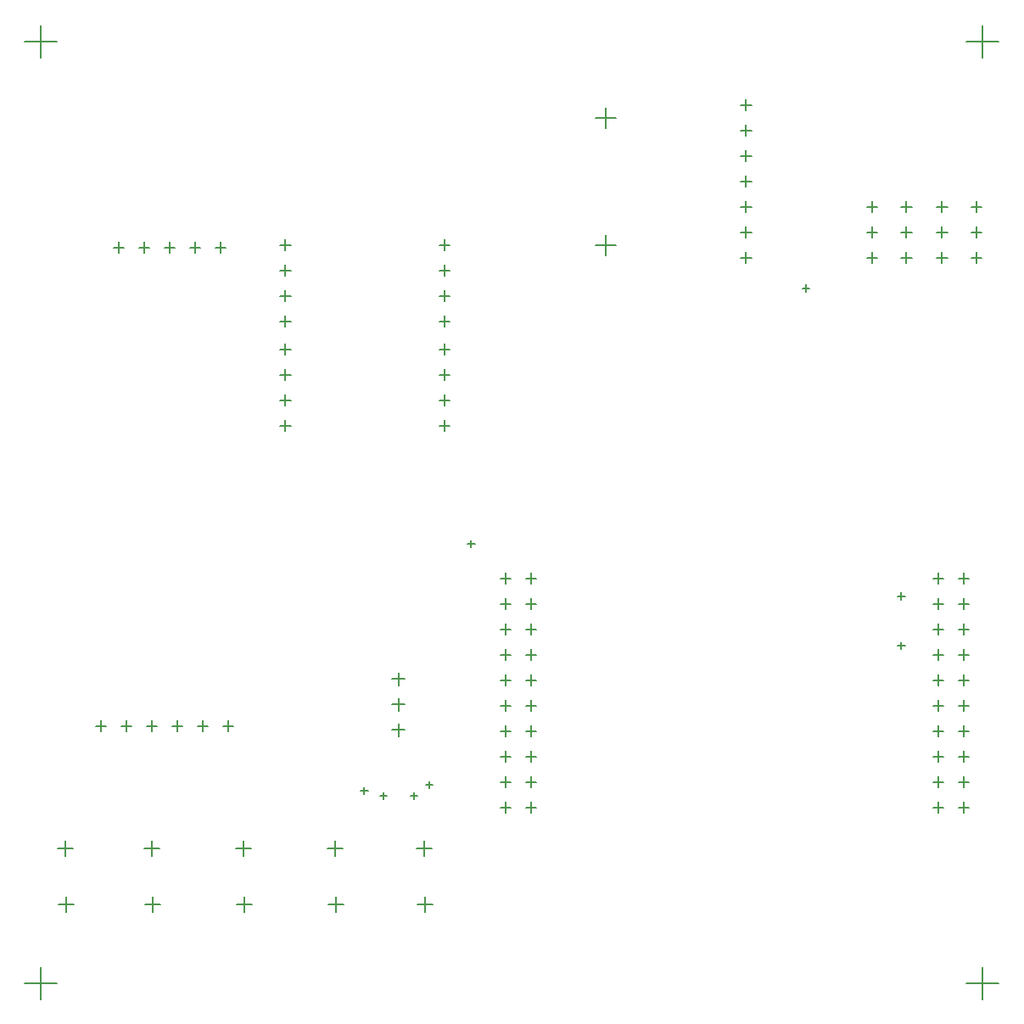
<source format=gbr>
%TF.GenerationSoftware,Altium Limited,Altium Designer,18.1.9 (240)*%
G04 Layer_Color=128*
%FSLAX26Y26*%
%MOIN*%
%TF.FileFunction,Drillmap*%
%TF.Part,Single*%
G01*
G75*
%TA.AperFunction,NonConductor*%
%ADD52C,0.005000*%
D52*
X834000Y3040000D02*
X876000D01*
X855000Y3019000D02*
Y3061000D01*
X734000Y3040000D02*
X776000D01*
X755000Y3019000D02*
Y3061000D01*
X434000Y3040000D02*
X476000D01*
X455000Y3019000D02*
Y3061000D01*
X534000Y3040000D02*
X576000D01*
X555000Y3019000D02*
Y3061000D01*
X634000Y3040000D02*
X676000D01*
X655000Y3019000D02*
Y3061000D01*
X3394000Y3200000D02*
X3436000D01*
X3415000Y3179000D02*
Y3221000D01*
X3394000Y3100000D02*
X3436000D01*
X3415000Y3079000D02*
Y3121000D01*
X3394000Y3000000D02*
X3436000D01*
X3415000Y2979000D02*
Y3021000D01*
X3529000Y3000000D02*
X3571000D01*
X3550000Y2979000D02*
Y3021000D01*
X3529000Y3100000D02*
X3571000D01*
X3550000Y3079000D02*
Y3121000D01*
X3529000Y3200000D02*
X3571000D01*
X3550000Y3179000D02*
Y3221000D01*
X3669000Y3200000D02*
X3711000D01*
X3690000Y3179000D02*
Y3221000D01*
X3669000Y3100000D02*
X3711000D01*
X3690000Y3079000D02*
Y3121000D01*
X3669000Y3000000D02*
X3711000D01*
X3690000Y2979000D02*
Y3021000D01*
X3804000Y3000000D02*
X3846000D01*
X3825000Y2979000D02*
Y3021000D01*
X3804000Y3100000D02*
X3846000D01*
X3825000Y3079000D02*
Y3121000D01*
X3804000Y3200000D02*
X3846000D01*
X3825000Y3179000D02*
Y3221000D01*
X1530000Y1245000D02*
X1580000D01*
X1555000Y1220000D02*
Y1270000D01*
X1530000Y1345000D02*
X1580000D01*
X1555000Y1320000D02*
Y1370000D01*
X1530000Y1145000D02*
X1580000D01*
X1555000Y1120000D02*
Y1170000D01*
X3754000Y840000D02*
X3796000D01*
X3775000Y819000D02*
Y861000D01*
X3754000Y940000D02*
X3796000D01*
X3775000Y919000D02*
Y961000D01*
X3754000Y1040000D02*
X3796000D01*
X3775000Y1019000D02*
Y1061000D01*
X3754000Y1140000D02*
X3796000D01*
X3775000Y1119000D02*
Y1161000D01*
X3754000Y1240000D02*
X3796000D01*
X3775000Y1219000D02*
Y1261000D01*
X3754000Y1340000D02*
X3796000D01*
X3775000Y1319000D02*
Y1361000D01*
X3754000Y1440000D02*
X3796000D01*
X3775000Y1419000D02*
Y1461000D01*
X3754000Y1540000D02*
X3796000D01*
X3775000Y1519000D02*
Y1561000D01*
X3754000Y1640000D02*
X3796000D01*
X3775000Y1619000D02*
Y1661000D01*
X3754000Y1740000D02*
X3796000D01*
X3775000Y1719000D02*
Y1761000D01*
X3654000Y840000D02*
X3696000D01*
X3675000Y819000D02*
Y861000D01*
X3654000Y940000D02*
X3696000D01*
X3675000Y919000D02*
Y961000D01*
X3654000Y1040000D02*
X3696000D01*
X3675000Y1019000D02*
Y1061000D01*
X3654000Y1140000D02*
X3696000D01*
X3675000Y1119000D02*
Y1161000D01*
X3654000Y1240000D02*
X3696000D01*
X3675000Y1219000D02*
Y1261000D01*
X3654000Y1340000D02*
X3696000D01*
X3675000Y1319000D02*
Y1361000D01*
X3654000Y1440000D02*
X3696000D01*
X3675000Y1419000D02*
Y1461000D01*
X3654000Y1540000D02*
X3696000D01*
X3675000Y1519000D02*
Y1561000D01*
X3654000Y1640000D02*
X3696000D01*
X3675000Y1619000D02*
Y1661000D01*
X3654000Y1740000D02*
X3696000D01*
X3675000Y1719000D02*
Y1761000D01*
X1954000Y1740000D02*
X1996000D01*
X1975000Y1719000D02*
Y1761000D01*
X1954000Y1640000D02*
X1996000D01*
X1975000Y1619000D02*
Y1661000D01*
X1954000Y1540000D02*
X1996000D01*
X1975000Y1519000D02*
Y1561000D01*
X1954000Y1440000D02*
X1996000D01*
X1975000Y1419000D02*
Y1461000D01*
X1954000Y1340000D02*
X1996000D01*
X1975000Y1319000D02*
Y1361000D01*
X1954000Y1240000D02*
X1996000D01*
X1975000Y1219000D02*
Y1261000D01*
X1954000Y1140000D02*
X1996000D01*
X1975000Y1119000D02*
Y1161000D01*
X1954000Y1040000D02*
X1996000D01*
X1975000Y1019000D02*
Y1061000D01*
X1954000Y940000D02*
X1996000D01*
X1975000Y919000D02*
Y961000D01*
X1954000Y840000D02*
X1996000D01*
X1975000Y819000D02*
Y861000D01*
X2054000Y1740000D02*
X2096000D01*
X2075000Y1719000D02*
Y1761000D01*
X2054000Y1640000D02*
X2096000D01*
X2075000Y1619000D02*
Y1661000D01*
X2054000Y1540000D02*
X2096000D01*
X2075000Y1519000D02*
Y1561000D01*
X2054000Y1440000D02*
X2096000D01*
X2075000Y1419000D02*
Y1461000D01*
X2054000Y1340000D02*
X2096000D01*
X2075000Y1319000D02*
Y1361000D01*
X2054000Y1240000D02*
X2096000D01*
X2075000Y1219000D02*
Y1261000D01*
X2054000Y1140000D02*
X2096000D01*
X2075000Y1119000D02*
Y1161000D01*
X2054000Y1040000D02*
X2096000D01*
X2075000Y1019000D02*
Y1061000D01*
X2054000Y940000D02*
X2096000D01*
X2075000Y919000D02*
Y961000D01*
X2054000Y840000D02*
X2096000D01*
X2075000Y819000D02*
Y861000D01*
X2899000Y3300000D02*
X2941000D01*
X2920000Y3279000D02*
Y3321000D01*
X2899000Y3200000D02*
X2941000D01*
X2920000Y3179000D02*
Y3221000D01*
X2899000Y3100000D02*
X2941000D01*
X2920000Y3079000D02*
Y3121000D01*
X2899000Y3000000D02*
X2941000D01*
X2920000Y2979000D02*
Y3021000D01*
X2899000Y3400000D02*
X2941000D01*
X2920000Y3379000D02*
Y3421000D01*
X2899000Y3500000D02*
X2941000D01*
X2920000Y3479000D02*
Y3521000D01*
X2899000Y3600000D02*
X2941000D01*
X2920000Y3579000D02*
Y3621000D01*
X2330000Y3050000D02*
X2410000D01*
X2370000Y3010000D02*
Y3090000D01*
X2330000Y3550000D02*
X2410000D01*
X2370000Y3510000D02*
Y3590000D01*
X1089000Y3050000D02*
X1131000D01*
X1110000Y3029000D02*
Y3071000D01*
X1089000Y2850000D02*
X1131000D01*
X1110000Y2829000D02*
Y2871000D01*
X1089000Y2750000D02*
X1131000D01*
X1110000Y2729000D02*
Y2771000D01*
X1089000Y2640000D02*
X1131000D01*
X1110000Y2619000D02*
Y2661000D01*
X1089000Y2540000D02*
X1131000D01*
X1110000Y2519000D02*
Y2561000D01*
X1089000Y2440000D02*
X1131000D01*
X1110000Y2419000D02*
Y2461000D01*
X1089000Y2340000D02*
X1131000D01*
X1110000Y2319000D02*
Y2361000D01*
X1089000Y2950000D02*
X1131000D01*
X1110000Y2929000D02*
Y2971000D01*
X1714000Y3050000D02*
X1756000D01*
X1735000Y3029000D02*
Y3071000D01*
X1714000Y2850000D02*
X1756000D01*
X1735000Y2829000D02*
Y2871000D01*
X1714000Y2750000D02*
X1756000D01*
X1735000Y2729000D02*
Y2771000D01*
X1714000Y2640000D02*
X1756000D01*
X1735000Y2619000D02*
Y2661000D01*
X1714000Y2540000D02*
X1756000D01*
X1735000Y2519000D02*
Y2561000D01*
X1714000Y2440000D02*
X1756000D01*
X1735000Y2419000D02*
Y2461000D01*
X1714000Y2340000D02*
X1756000D01*
X1735000Y2319000D02*
Y2361000D01*
X1714000Y2950000D02*
X1756000D01*
X1735000Y2929000D02*
Y2971000D01*
X364000Y1160000D02*
X406000D01*
X385000Y1139000D02*
Y1181000D01*
X464000Y1160000D02*
X506000D01*
X485000Y1139000D02*
Y1181000D01*
X564000Y1160000D02*
X606000D01*
X585000Y1139000D02*
Y1181000D01*
X664000Y1160000D02*
X706000D01*
X685000Y1139000D02*
Y1181000D01*
X764000Y1160000D02*
X806000D01*
X785000Y1139000D02*
Y1181000D01*
X864000Y1160000D02*
X906000D01*
X885000Y1139000D02*
Y1181000D01*
X215000Y680000D02*
X275000D01*
X245000Y650000D02*
Y710000D01*
X220000Y460000D02*
X280000D01*
X250000Y430000D02*
Y490000D01*
X555000Y680000D02*
X615000D01*
X585000Y650000D02*
Y710000D01*
X560000Y460000D02*
X620000D01*
X590000Y430000D02*
Y490000D01*
X915000Y680000D02*
X975000D01*
X945000Y650000D02*
Y710000D01*
X920000Y460000D02*
X980000D01*
X950000Y430000D02*
Y490000D01*
X1275000Y680000D02*
X1335000D01*
X1305000Y650000D02*
Y710000D01*
X1280000Y460000D02*
X1340000D01*
X1310000Y430000D02*
Y490000D01*
X1625000Y680000D02*
X1685000D01*
X1655000Y650000D02*
Y710000D01*
X1630000Y460000D02*
X1690000D01*
X1660000Y430000D02*
Y490000D01*
X3141000Y2880000D02*
X3169000D01*
X3155000Y2866000D02*
Y2894000D01*
X1661000Y929558D02*
X1689000D01*
X1675000Y915558D02*
Y943558D01*
X1406000Y905000D02*
X1434000D01*
X1420000Y891000D02*
Y919000D01*
X1601000Y885000D02*
X1629000D01*
X1615000Y871000D02*
Y899000D01*
X1481000Y885000D02*
X1509000D01*
X1495000Y871000D02*
Y899000D01*
X1826000Y1875000D02*
X1854000D01*
X1840000Y1861000D02*
Y1889000D01*
X3516000Y1475000D02*
X3544000D01*
X3530000Y1461000D02*
Y1489000D01*
X3516000Y1670000D02*
X3544000D01*
X3530000Y1656000D02*
Y1684000D01*
X87000Y150000D02*
X213000D01*
X150000Y87000D02*
Y213000D01*
X87000Y3850000D02*
X213000D01*
X150000Y3787000D02*
Y3913000D01*
X3787000Y3850000D02*
X3913000D01*
X3850000Y3787000D02*
Y3913000D01*
X3787000Y150000D02*
X3913000D01*
X3850000Y87000D02*
Y213000D01*
%TF.MD5,622a7b57181e785572d7f4b2a484ab5e*%
M02*

</source>
